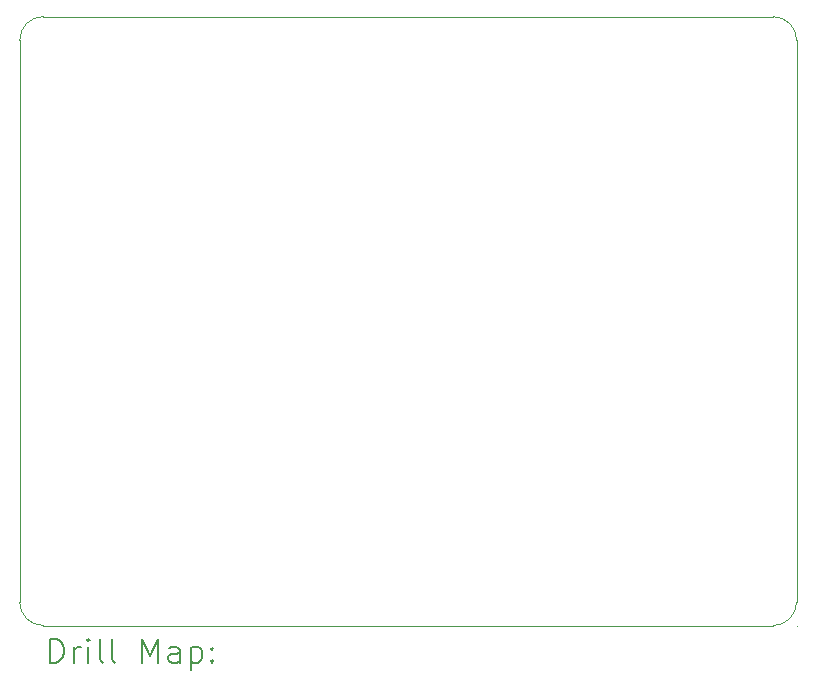
<source format=gbr>
%TF.GenerationSoftware,KiCad,Pcbnew,8.0.7*%
%TF.CreationDate,2025-01-22T20:40:01+05:30*%
%TF.ProjectId,Esp_Test,4573705f-5465-4737-942e-6b696361645f,rev?*%
%TF.SameCoordinates,Original*%
%TF.FileFunction,Drillmap*%
%TF.FilePolarity,Positive*%
%FSLAX45Y45*%
G04 Gerber Fmt 4.5, Leading zero omitted, Abs format (unit mm)*
G04 Created by KiCad (PCBNEW 8.0.7) date 2025-01-22 20:40:01*
%MOMM*%
%LPD*%
G01*
G04 APERTURE LIST*
%ADD10C,0.038100*%
%ADD11C,0.200000*%
G04 APERTURE END LIST*
D10*
X25835000Y-3581400D02*
G75*
G02*
X26035000Y-3781400I0J-200000D01*
G01*
X19656400Y-3581400D02*
X25835000Y-3581400D01*
X19456400Y-3781400D02*
G75*
G02*
X19656400Y-3581400I200000J0D01*
G01*
X19656400Y-8737600D02*
X25835000Y-8737600D01*
X26035000Y-8737600D02*
X26035000Y-8737600D01*
X26035000Y-3781400D02*
X26035000Y-8537600D01*
X19656400Y-8737600D02*
G75*
G02*
X19456400Y-8537600I0J200000D01*
G01*
X26035000Y-8537600D02*
G75*
G02*
X25835000Y-8737600I-200000J0D01*
G01*
X19456400Y-8537600D02*
X19456400Y-3781400D01*
D11*
X19715272Y-9050989D02*
X19715272Y-8850989D01*
X19715272Y-8850989D02*
X19762891Y-8850989D01*
X19762891Y-8850989D02*
X19791462Y-8860513D01*
X19791462Y-8860513D02*
X19810510Y-8879560D01*
X19810510Y-8879560D02*
X19820034Y-8898608D01*
X19820034Y-8898608D02*
X19829558Y-8936703D01*
X19829558Y-8936703D02*
X19829558Y-8965275D01*
X19829558Y-8965275D02*
X19820034Y-9003370D01*
X19820034Y-9003370D02*
X19810510Y-9022417D01*
X19810510Y-9022417D02*
X19791462Y-9041465D01*
X19791462Y-9041465D02*
X19762891Y-9050989D01*
X19762891Y-9050989D02*
X19715272Y-9050989D01*
X19915272Y-9050989D02*
X19915272Y-8917655D01*
X19915272Y-8955751D02*
X19924796Y-8936703D01*
X19924796Y-8936703D02*
X19934319Y-8927179D01*
X19934319Y-8927179D02*
X19953367Y-8917655D01*
X19953367Y-8917655D02*
X19972415Y-8917655D01*
X20039081Y-9050989D02*
X20039081Y-8917655D01*
X20039081Y-8850989D02*
X20029558Y-8860513D01*
X20029558Y-8860513D02*
X20039081Y-8870036D01*
X20039081Y-8870036D02*
X20048605Y-8860513D01*
X20048605Y-8860513D02*
X20039081Y-8850989D01*
X20039081Y-8850989D02*
X20039081Y-8870036D01*
X20162891Y-9050989D02*
X20143843Y-9041465D01*
X20143843Y-9041465D02*
X20134319Y-9022417D01*
X20134319Y-9022417D02*
X20134319Y-8850989D01*
X20267653Y-9050989D02*
X20248605Y-9041465D01*
X20248605Y-9041465D02*
X20239081Y-9022417D01*
X20239081Y-9022417D02*
X20239081Y-8850989D01*
X20496224Y-9050989D02*
X20496224Y-8850989D01*
X20496224Y-8850989D02*
X20562891Y-8993846D01*
X20562891Y-8993846D02*
X20629558Y-8850989D01*
X20629558Y-8850989D02*
X20629558Y-9050989D01*
X20810510Y-9050989D02*
X20810510Y-8946227D01*
X20810510Y-8946227D02*
X20800986Y-8927179D01*
X20800986Y-8927179D02*
X20781939Y-8917655D01*
X20781939Y-8917655D02*
X20743843Y-8917655D01*
X20743843Y-8917655D02*
X20724796Y-8927179D01*
X20810510Y-9041465D02*
X20791462Y-9050989D01*
X20791462Y-9050989D02*
X20743843Y-9050989D01*
X20743843Y-9050989D02*
X20724796Y-9041465D01*
X20724796Y-9041465D02*
X20715272Y-9022417D01*
X20715272Y-9022417D02*
X20715272Y-9003370D01*
X20715272Y-9003370D02*
X20724796Y-8984322D01*
X20724796Y-8984322D02*
X20743843Y-8974798D01*
X20743843Y-8974798D02*
X20791462Y-8974798D01*
X20791462Y-8974798D02*
X20810510Y-8965275D01*
X20905748Y-8917655D02*
X20905748Y-9117655D01*
X20905748Y-8927179D02*
X20924796Y-8917655D01*
X20924796Y-8917655D02*
X20962891Y-8917655D01*
X20962891Y-8917655D02*
X20981939Y-8927179D01*
X20981939Y-8927179D02*
X20991462Y-8936703D01*
X20991462Y-8936703D02*
X21000986Y-8955751D01*
X21000986Y-8955751D02*
X21000986Y-9012894D01*
X21000986Y-9012894D02*
X20991462Y-9031941D01*
X20991462Y-9031941D02*
X20981939Y-9041465D01*
X20981939Y-9041465D02*
X20962891Y-9050989D01*
X20962891Y-9050989D02*
X20924796Y-9050989D01*
X20924796Y-9050989D02*
X20905748Y-9041465D01*
X21086700Y-9031941D02*
X21096224Y-9041465D01*
X21096224Y-9041465D02*
X21086700Y-9050989D01*
X21086700Y-9050989D02*
X21077177Y-9041465D01*
X21077177Y-9041465D02*
X21086700Y-9031941D01*
X21086700Y-9031941D02*
X21086700Y-9050989D01*
X21086700Y-8927179D02*
X21096224Y-8936703D01*
X21096224Y-8936703D02*
X21086700Y-8946227D01*
X21086700Y-8946227D02*
X21077177Y-8936703D01*
X21077177Y-8936703D02*
X21086700Y-8927179D01*
X21086700Y-8927179D02*
X21086700Y-8946227D01*
M02*

</source>
